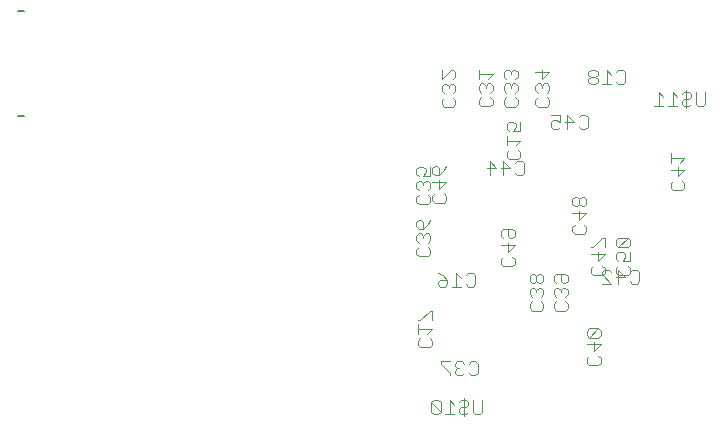
<source format=gbo>
G75*
%MOIN*%
%OFA0B0*%
%FSLAX24Y24*%
%IPPOS*%
%LPD*%
%AMOC8*
5,1,8,0,0,1.08239X$1,22.5*
%
%ADD10C,0.0040*%
%ADD11C,0.0080*%
D10*
X029469Y014813D02*
X029546Y014737D01*
X029853Y014737D01*
X029930Y014813D01*
X029930Y014967D01*
X029853Y015043D01*
X029776Y015197D02*
X029930Y015350D01*
X029469Y015350D01*
X029469Y015197D02*
X029469Y015504D01*
X029469Y015657D02*
X029546Y015657D01*
X029853Y015964D01*
X029930Y015964D01*
X029930Y015657D01*
X029546Y015043D02*
X029469Y014967D01*
X029469Y014813D01*
X030232Y014274D02*
X030232Y014197D01*
X030539Y013890D01*
X030539Y013813D01*
X030693Y013890D02*
X030769Y013813D01*
X030923Y013813D01*
X031000Y013890D01*
X031153Y013890D02*
X031230Y013813D01*
X031383Y013813D01*
X031460Y013890D01*
X031460Y014197D01*
X031383Y014274D01*
X031230Y014274D01*
X031153Y014197D01*
X031000Y014197D02*
X030923Y014274D01*
X030769Y014274D01*
X030693Y014197D01*
X030693Y014120D01*
X030769Y014044D01*
X030693Y013967D01*
X030693Y013890D01*
X030769Y014044D02*
X030846Y014044D01*
X030539Y014274D02*
X030232Y014274D01*
X030142Y012980D02*
X029988Y012980D01*
X029911Y012904D01*
X030218Y012597D01*
X030142Y012520D01*
X029988Y012520D01*
X029911Y012597D01*
X029911Y012904D01*
X030142Y012980D02*
X030218Y012904D01*
X030218Y012597D01*
X030372Y012520D02*
X030679Y012520D01*
X030525Y012520D02*
X030525Y012980D01*
X030679Y012827D01*
X030832Y012904D02*
X030909Y012980D01*
X031062Y012980D01*
X031139Y012904D01*
X031139Y012827D01*
X031062Y012750D01*
X030909Y012750D01*
X030832Y012673D01*
X030832Y012597D01*
X030909Y012520D01*
X031062Y012520D01*
X031139Y012597D01*
X031293Y012597D02*
X031293Y012980D01*
X031600Y012980D02*
X031600Y012597D01*
X031523Y012520D01*
X031369Y012520D01*
X031293Y012597D01*
X030986Y012443D02*
X030986Y013057D01*
X035097Y014223D02*
X035097Y014376D01*
X035174Y014453D01*
X035327Y014606D02*
X035327Y014913D01*
X035174Y015067D02*
X035481Y015374D01*
X035174Y015374D01*
X035097Y015297D01*
X035097Y015144D01*
X035174Y015067D01*
X035481Y015067D01*
X035558Y015144D01*
X035558Y015297D01*
X035481Y015374D01*
X035558Y014837D02*
X035097Y014837D01*
X035327Y014606D02*
X035558Y014837D01*
X035481Y014453D02*
X035558Y014376D01*
X035558Y014223D01*
X035481Y014146D01*
X035174Y014146D01*
X035097Y014223D01*
X034376Y015965D02*
X034070Y015965D01*
X033993Y016042D01*
X033993Y016195D01*
X034070Y016272D01*
X034070Y016425D02*
X033993Y016502D01*
X033993Y016655D01*
X034070Y016732D01*
X034146Y016732D01*
X034223Y016655D01*
X034223Y016579D01*
X034223Y016655D02*
X034300Y016732D01*
X034376Y016732D01*
X034453Y016655D01*
X034453Y016502D01*
X034376Y016425D01*
X034376Y016272D02*
X034453Y016195D01*
X034453Y016042D01*
X034376Y015965D01*
X033646Y016042D02*
X033569Y015965D01*
X033262Y015965D01*
X033186Y016042D01*
X033186Y016195D01*
X033262Y016272D01*
X033262Y016425D02*
X033186Y016502D01*
X033186Y016655D01*
X033262Y016732D01*
X033339Y016732D01*
X033416Y016655D01*
X033416Y016579D01*
X033416Y016655D02*
X033493Y016732D01*
X033569Y016732D01*
X033646Y016655D01*
X033646Y016502D01*
X033569Y016425D01*
X033569Y016272D02*
X033646Y016195D01*
X033646Y016042D01*
X033569Y016886D02*
X033493Y016886D01*
X033416Y016962D01*
X033416Y017116D01*
X033339Y017193D01*
X033262Y017193D01*
X033186Y017116D01*
X033186Y016962D01*
X033262Y016886D01*
X033339Y016886D01*
X033416Y016962D01*
X033416Y017116D02*
X033493Y017193D01*
X033569Y017193D01*
X033646Y017116D01*
X033646Y016962D01*
X033569Y016886D01*
X033993Y016962D02*
X033993Y017116D01*
X034070Y017193D01*
X034376Y017193D01*
X034453Y017116D01*
X034453Y016962D01*
X034376Y016886D01*
X034300Y016886D01*
X034223Y016962D01*
X034223Y017193D01*
X033993Y016962D02*
X034070Y016886D01*
X035231Y017225D02*
X035308Y017148D01*
X035615Y017148D01*
X035691Y017225D01*
X035691Y017378D01*
X035615Y017455D01*
X035684Y017327D02*
X035837Y017327D01*
X035914Y017250D01*
X036068Y017229D02*
X036068Y017382D01*
X036144Y017459D01*
X036144Y017327D02*
X036374Y017097D01*
X036067Y017097D01*
X036144Y017152D02*
X036068Y017229D01*
X036144Y017152D02*
X036451Y017152D01*
X036528Y017229D01*
X036528Y017382D01*
X036451Y017459D01*
X036528Y017612D02*
X036298Y017612D01*
X036375Y017766D01*
X036375Y017842D01*
X036298Y017919D01*
X036144Y017919D01*
X036068Y017842D01*
X036068Y017689D01*
X036144Y017612D01*
X036144Y017327D02*
X036144Y016866D01*
X035914Y016866D02*
X035607Y017173D01*
X035607Y017250D01*
X035684Y017327D01*
X035461Y017608D02*
X035461Y017915D01*
X035308Y018069D02*
X035231Y018069D01*
X035308Y018069D02*
X035615Y018376D01*
X035691Y018376D01*
X035691Y018069D01*
X035691Y017839D02*
X035461Y017608D01*
X035308Y017455D02*
X035231Y017378D01*
X035231Y017225D01*
X035607Y016866D02*
X035914Y016866D01*
X036528Y016943D02*
X036605Y016866D01*
X036758Y016866D01*
X036835Y016943D01*
X036835Y017250D01*
X036758Y017327D01*
X036605Y017327D01*
X036528Y017250D01*
X036528Y017612D02*
X036528Y017919D01*
X036451Y018073D02*
X036144Y018073D01*
X036451Y018380D01*
X036144Y018380D01*
X036068Y018303D01*
X036068Y018149D01*
X036144Y018073D01*
X036451Y018073D02*
X036528Y018149D01*
X036528Y018303D01*
X036451Y018380D01*
X035691Y017839D02*
X035231Y017839D01*
X034999Y018525D02*
X034692Y018525D01*
X034615Y018601D01*
X034615Y018755D01*
X034692Y018832D01*
X034845Y018985D02*
X034845Y019292D01*
X034768Y019445D02*
X034845Y019522D01*
X034845Y019676D01*
X034768Y019752D01*
X034692Y019752D01*
X034615Y019676D01*
X034615Y019522D01*
X034692Y019445D01*
X034768Y019445D01*
X034845Y019522D02*
X034922Y019445D01*
X034999Y019445D01*
X035075Y019522D01*
X035075Y019676D01*
X034999Y019752D01*
X034922Y019752D01*
X034845Y019676D01*
X034615Y019215D02*
X035075Y019215D01*
X034845Y018985D01*
X034999Y018832D02*
X035075Y018755D01*
X035075Y018601D01*
X034999Y018525D01*
X032686Y018453D02*
X032609Y018376D01*
X032532Y018376D01*
X032455Y018453D01*
X032455Y018683D01*
X032302Y018683D02*
X032609Y018683D01*
X032686Y018606D01*
X032686Y018453D01*
X032686Y018146D02*
X032225Y018146D01*
X032302Y018376D02*
X032225Y018453D01*
X032225Y018606D01*
X032302Y018683D01*
X032455Y018222D02*
X032455Y017915D01*
X032686Y018146D01*
X032609Y017762D02*
X032686Y017685D01*
X032686Y017532D01*
X032609Y017455D01*
X032302Y017455D01*
X032225Y017532D01*
X032225Y017685D01*
X032302Y017762D01*
X031362Y017142D02*
X031362Y016835D01*
X031285Y016758D01*
X031131Y016758D01*
X031055Y016835D01*
X030901Y016758D02*
X030594Y016758D01*
X030748Y016758D02*
X030748Y017219D01*
X030901Y017065D01*
X031055Y017142D02*
X031131Y017219D01*
X031285Y017219D01*
X031362Y017142D01*
X030441Y016988D02*
X030211Y016988D01*
X030134Y016912D01*
X030134Y016835D01*
X030211Y016758D01*
X030364Y016758D01*
X030441Y016835D01*
X030441Y016988D01*
X030287Y017142D01*
X030134Y017219D01*
X029800Y017770D02*
X029493Y017770D01*
X029416Y017847D01*
X029416Y018000D01*
X029493Y018077D01*
X029493Y018230D02*
X029416Y018307D01*
X029416Y018461D01*
X029493Y018537D01*
X029570Y018537D01*
X029646Y018461D01*
X029646Y018384D01*
X029646Y018461D02*
X029723Y018537D01*
X029800Y018537D01*
X029876Y018461D01*
X029876Y018307D01*
X029800Y018230D01*
X029800Y018077D02*
X029876Y018000D01*
X029876Y017847D01*
X029800Y017770D01*
X029646Y018691D02*
X029493Y018691D01*
X029416Y018768D01*
X029416Y018921D01*
X029493Y018998D01*
X029570Y018998D01*
X029646Y018921D01*
X029646Y018691D01*
X029800Y018844D01*
X029876Y018998D01*
X029800Y019520D02*
X029493Y019520D01*
X029416Y019597D01*
X029416Y019750D01*
X029493Y019827D01*
X029493Y019980D02*
X029416Y020057D01*
X029416Y020211D01*
X029493Y020287D01*
X029570Y020287D01*
X029646Y020211D01*
X029646Y020134D01*
X029646Y020211D02*
X029723Y020287D01*
X029800Y020287D01*
X029876Y020211D01*
X029876Y020057D01*
X029800Y019980D01*
X029800Y019827D02*
X029876Y019750D01*
X029876Y019597D01*
X029800Y019520D01*
X029946Y019639D02*
X030022Y019562D01*
X030329Y019562D01*
X030406Y019639D01*
X030406Y019792D01*
X030329Y019869D01*
X030176Y020022D02*
X030176Y020329D01*
X030176Y020483D02*
X030176Y020713D01*
X030099Y020790D01*
X030022Y020790D01*
X029946Y020713D01*
X029946Y020560D01*
X030022Y020483D01*
X030176Y020483D01*
X030329Y020636D01*
X030406Y020790D01*
X029876Y020748D02*
X029876Y020441D01*
X029646Y020441D01*
X029723Y020594D01*
X029723Y020671D01*
X029646Y020748D01*
X029493Y020748D01*
X029416Y020671D01*
X029416Y020518D01*
X029493Y020441D01*
X029946Y020253D02*
X030406Y020253D01*
X030176Y020022D01*
X030022Y019869D02*
X029946Y019792D01*
X029946Y019639D01*
X031852Y020490D02*
X031852Y020951D01*
X032083Y020721D01*
X031776Y020721D01*
X032236Y020721D02*
X032543Y020721D01*
X032313Y020951D01*
X032313Y020490D01*
X032696Y020567D02*
X032773Y020490D01*
X032927Y020490D01*
X033003Y020567D01*
X033003Y020874D01*
X032927Y020951D01*
X032773Y020951D01*
X032696Y020874D01*
X032802Y021019D02*
X032495Y021019D01*
X032418Y021095D01*
X032418Y021249D01*
X032495Y021326D01*
X032418Y021479D02*
X032418Y021786D01*
X032418Y021633D02*
X032878Y021633D01*
X032725Y021479D01*
X032802Y021326D02*
X032878Y021249D01*
X032878Y021095D01*
X032802Y021019D01*
X032878Y021940D02*
X032648Y021940D01*
X032725Y022093D01*
X032725Y022170D01*
X032648Y022246D01*
X032495Y022246D01*
X032418Y022170D01*
X032418Y022016D01*
X032495Y021940D01*
X032878Y021940D02*
X032878Y022246D01*
X032717Y022767D02*
X032410Y022767D01*
X032333Y022844D01*
X032333Y022997D01*
X032410Y023074D01*
X032410Y023227D02*
X032333Y023304D01*
X032333Y023457D01*
X032410Y023534D01*
X032487Y023534D01*
X032564Y023457D01*
X032564Y023381D01*
X032564Y023457D02*
X032640Y023534D01*
X032717Y023534D01*
X032794Y023457D01*
X032794Y023304D01*
X032717Y023227D01*
X032717Y023074D02*
X032794Y022997D01*
X032794Y022844D01*
X032717Y022767D01*
X033377Y022844D02*
X033377Y022997D01*
X033453Y023074D01*
X033453Y023227D02*
X033377Y023304D01*
X033377Y023457D01*
X033453Y023534D01*
X033530Y023534D01*
X033607Y023457D01*
X033607Y023381D01*
X033607Y023457D02*
X033684Y023534D01*
X033760Y023534D01*
X033837Y023457D01*
X033837Y023304D01*
X033760Y023227D01*
X033760Y023074D02*
X033837Y022997D01*
X033837Y022844D01*
X033760Y022767D01*
X033453Y022767D01*
X033377Y022844D01*
X033898Y022480D02*
X034205Y022480D01*
X034205Y022250D01*
X034052Y022327D01*
X033975Y022327D01*
X033898Y022250D01*
X033898Y022097D01*
X033975Y022020D01*
X034129Y022020D01*
X034205Y022097D01*
X034359Y022250D02*
X034666Y022250D01*
X034435Y022480D01*
X034435Y022020D01*
X034819Y022097D02*
X034896Y022020D01*
X035049Y022020D01*
X035126Y022097D01*
X035126Y022404D01*
X035049Y022480D01*
X034896Y022480D01*
X034819Y022404D01*
X035225Y023520D02*
X035379Y023520D01*
X035455Y023597D01*
X035455Y023673D01*
X035379Y023750D01*
X035225Y023750D01*
X035148Y023673D01*
X035148Y023597D01*
X035225Y023520D01*
X035225Y023750D02*
X035148Y023827D01*
X035148Y023904D01*
X035225Y023980D01*
X035379Y023980D01*
X035455Y023904D01*
X035455Y023827D01*
X035379Y023750D01*
X035609Y023520D02*
X035916Y023520D01*
X035762Y023520D02*
X035762Y023980D01*
X035916Y023827D01*
X036069Y023904D02*
X036146Y023980D01*
X036299Y023980D01*
X036376Y023904D01*
X036376Y023597D01*
X036299Y023520D01*
X036146Y023520D01*
X036069Y023597D01*
X037494Y023246D02*
X037494Y022786D01*
X037647Y022786D02*
X037341Y022786D01*
X037647Y023093D02*
X037494Y023246D01*
X037954Y023246D02*
X037954Y022786D01*
X037801Y022786D02*
X038108Y022786D01*
X038261Y022862D02*
X038261Y022939D01*
X038338Y023016D01*
X038492Y023016D01*
X038568Y023093D01*
X038568Y023169D01*
X038492Y023246D01*
X038338Y023246D01*
X038261Y023169D01*
X038108Y023093D02*
X037954Y023246D01*
X038415Y023323D02*
X038415Y022709D01*
X038492Y022786D02*
X038338Y022786D01*
X038261Y022862D01*
X038492Y022786D02*
X038568Y022862D01*
X038722Y022862D02*
X038722Y023246D01*
X039029Y023246D02*
X039029Y022862D01*
X038952Y022786D01*
X038798Y022786D01*
X038722Y022862D01*
X037889Y021204D02*
X037889Y020897D01*
X037889Y021051D02*
X038349Y021051D01*
X038195Y020897D01*
X038119Y020744D02*
X038119Y020437D01*
X038349Y020667D01*
X037889Y020667D01*
X037965Y020284D02*
X037889Y020207D01*
X037889Y020053D01*
X037965Y019977D01*
X038272Y019977D01*
X038349Y020053D01*
X038349Y020207D01*
X038272Y020284D01*
X033837Y023918D02*
X033377Y023918D01*
X033607Y023994D02*
X033607Y023688D01*
X033837Y023918D01*
X032794Y023918D02*
X032717Y023994D01*
X032640Y023994D01*
X032564Y023918D01*
X032487Y023994D01*
X032410Y023994D01*
X032333Y023918D01*
X032333Y023764D01*
X032410Y023688D01*
X032564Y023841D02*
X032564Y023918D01*
X032794Y023918D02*
X032794Y023764D01*
X032717Y023688D01*
X031955Y023843D02*
X031495Y023843D01*
X031495Y023690D02*
X031495Y023996D01*
X031802Y023690D02*
X031955Y023843D01*
X031878Y023536D02*
X031802Y023536D01*
X031725Y023459D01*
X031648Y023536D01*
X031572Y023536D01*
X031495Y023459D01*
X031495Y023306D01*
X031572Y023229D01*
X031572Y023076D02*
X031495Y022999D01*
X031495Y022845D01*
X031572Y022769D01*
X031878Y022769D01*
X031955Y022845D01*
X031955Y022999D01*
X031878Y023076D01*
X031878Y023229D02*
X031955Y023306D01*
X031955Y023459D01*
X031878Y023536D01*
X031725Y023459D02*
X031725Y023383D01*
X030717Y023448D02*
X030640Y023524D01*
X030564Y023524D01*
X030487Y023448D01*
X030410Y023524D01*
X030333Y023524D01*
X030257Y023448D01*
X030257Y023294D01*
X030333Y023217D01*
X030333Y023064D02*
X030257Y022987D01*
X030257Y022834D01*
X030333Y022757D01*
X030640Y022757D01*
X030717Y022834D01*
X030717Y022987D01*
X030640Y023064D01*
X030640Y023217D02*
X030717Y023294D01*
X030717Y023448D01*
X030487Y023448D02*
X030487Y023371D01*
X030640Y023678D02*
X030717Y023754D01*
X030717Y023908D01*
X030640Y023985D01*
X030564Y023985D01*
X030257Y023678D01*
X030257Y023985D01*
D11*
X016345Y022445D02*
X016148Y022445D01*
X016148Y025945D02*
X016345Y025945D01*
M02*

</source>
